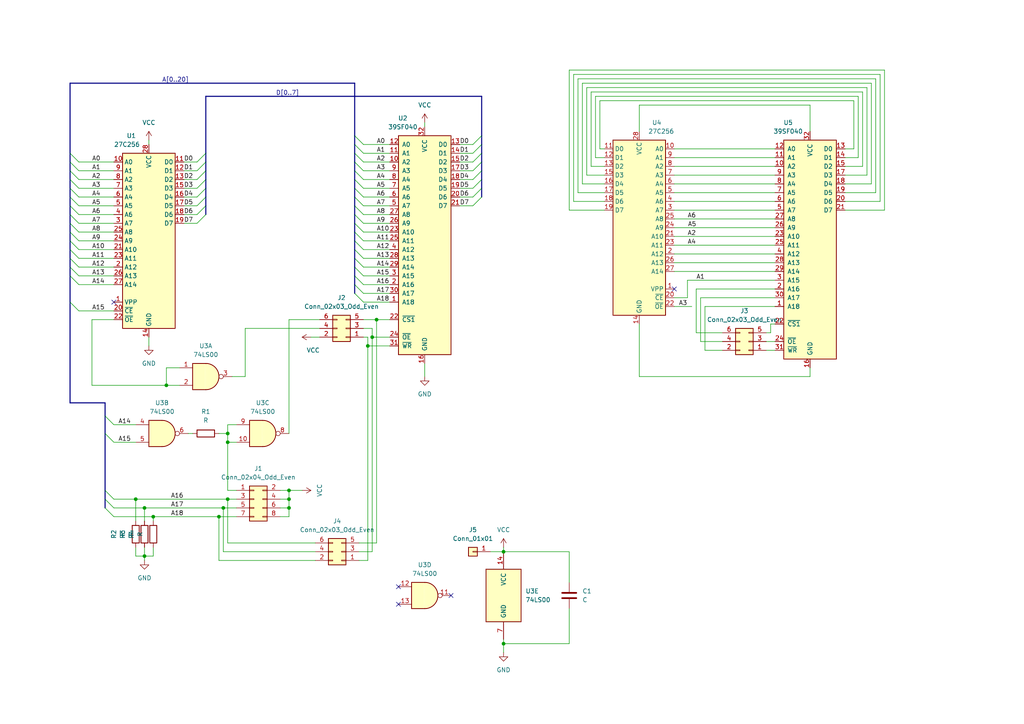
<source format=kicad_sch>
(kicad_sch (version 20230121) (generator eeschema)
  (paper "A4")
  (title_block (title "Internal ROM upgrade for Sinclair QL") (date "2021-09-21") (company "Alvaro Alea Fernandez"))
  (lib_symbols
    (symbol "74xx:74LS00" (pin_names (offset 1.016))
      (property "Reference" "U" (at 0 1.27 0))
      (property "Value" "74LS00" (at 0 -1.27 0))
      (symbol "74LS00_1_1"
        (arc (start 0 -3.81) (mid 3.7934 0) (end 0 3.81) (stroke (width 0.254)) (fill (type background)))
        (polyline (pts (xy 0 3.81) (xy -3.81 3.81) (xy -3.81 -3.81) (xy 0 -3.81)) (stroke (width 0.254)) (fill (type background)))
        (pin input line (at -7.62 2.54 0) (length 3.81) (name "~") (number "1"))
        (pin input line (at -7.62 -2.54 0) (length 3.81) (name "~") (number "2"))
        (pin output inverted (at 7.62 0 180) (length 3.81) (name "~") (number "3"))
      )
      (symbol "74LS00_1_2"
        (arc (start -3.81 -3.81) (mid -2.589 0) (end -3.81 3.81) (stroke (width 0.254)))
        (arc (start -0.6096 -3.81) (mid 2.1842 -2.5851) (end 3.81 0) (stroke (width 0.254)) (fill (type background)))
        (polyline (pts (xy -3.81 -3.81) (xy -0.635 -3.81)) (stroke (width 0.254)) (fill (type background)))
        (polyline (pts (xy -3.81 3.81) (xy -0.635 3.81)) (stroke (width 0.254)) (fill (type background)))
        (polyline (pts (xy -0.635 3.81) (xy -3.81 3.81) (xy -3.81 3.81) (xy -3.556 3.4036) (xy -3.0226 2.2606) (xy -2.6924 1.0414) (xy -2.6162 -0.254) (xy -2.7686 -1.4986) (xy -3.175 -2.7178) (xy -3.81 -3.81) (xy -3.81 -3.81) (xy -0.635 -3.81)) (stroke (width -25.4)) (fill (type background)))
        (arc (start 3.81 0) (mid 2.1915 2.5936) (end -0.6096 3.81) (stroke (width 0.254)) (fill (type background)))
        (pin input inverted (at -7.62 2.54 0) (length 4.318) (name "~") (number "1"))
        (pin input inverted (at -7.62 -2.54 0) (length 4.318) (name "~") (number "2"))
        (pin output line (at 7.62 0 180) (length 3.81) (name "~") (number "3"))
      )
      (symbol "74LS00_2_1"
        (arc (start 0 -3.81) (mid 3.7934 0) (end 0 3.81) (stroke (width 0.254)) (fill (type background)))
        (polyline (pts (xy 0 3.81) (xy -3.81 3.81) (xy -3.81 -3.81) (xy 0 -3.81)) (stroke (width 0.254)) (fill (type background)))
        (pin input line (at -7.62 2.54 0) (length 3.81) (name "~") (number "4"))
        (pin input line (at -7.62 -2.54 0) (length 3.81) (name "~") (number "5"))
        (pin output inverted (at 7.62 0 180) (length 3.81) (name "~") (number "6"))
      )
      (symbol "74LS00_2_2"
        (arc (start -3.81 -3.81) (mid -2.589 0) (end -3.81 3.81) (stroke (width 0.254)))
        (arc (start -0.6096 -3.81) (mid 2.1842 -2.5851) (end 3.81 0) (stroke (width 0.254)) (fill (type background)))
        (polyline (pts (xy -3.81 -3.81) (xy -0.635 -3.81)) (stroke (width 0.254)) (fill (type background)))
        (polyline (pts (xy -3.81 3.81) (xy -0.635 3.81)) (stroke (width 0.254)) (fill (type background)))
        (polyline (pts (xy -0.635 3.81) (xy -3.81 3.81) (xy -3.81 3.81) (xy -3.556 3.4036) (xy -3.0226 2.2606) (xy -2.6924 1.0414) (xy -2.6162 -0.254) (xy -2.7686 -1.4986) (xy -3.175 -2.7178) (xy -3.81 -3.81) (xy -3.81 -3.81) (xy -0.635 -3.81)) (stroke (width -25.4)) (fill (type background)))
        (arc (start 3.81 0) (mid 2.1915 2.5936) (end -0.6096 3.81) (stroke (width 0.254)) (fill (type background)))
        (pin input inverted (at -7.62 2.54 0) (length 4.318) (name "~") (number "4"))
        (pin input inverted (at -7.62 -2.54 0) (length 4.318) (name "~") (number "5"))
        (pin output line (at 7.62 0 180) (length 3.81) (name "~") (number "6"))
      )
      (symbol "74LS00_3_1"
        (arc (start 0 -3.81) (mid 3.7934 0) (end 0 3.81) (stroke (width 0.254)) (fill (type background)))
        (polyline (pts (xy 0 3.81) (xy -3.81 3.81) (xy -3.81 -3.81) (xy 0 -3.81)) (stroke (width 0.254)) (fill (type background)))
        (pin input line (at -7.62 -2.54 0) (length 3.81) (name "~") (number "10"))
        (pin output inverted (at 7.62 0 180) (length 3.81) (name "~") (number "8"))
        (pin input line (at -7.62 2.54 0) (length 3.81) (name "~") (number "9"))
      )
      (symbol "74LS00_3_2"
        (arc (start -3.81 -3.81) (mid -2.589 0) (end -3.81 3.81) (stroke (width 0.254)))
        (arc (start -0.6096 -3.81) (mid 2.1842 -2.5851) (end 3.81 0) (stroke (width 0.254)) (fill (type background)))
        (polyline (pts (xy -3.81 -3.81) (xy -0.635 -3.81)) (stroke (width 0.254)) (fill (type background)))
        (polyline (pts (xy -3.81 3.81) (xy -0.635 3.81)) (stroke (width 0.254)) (fill (type background)))
        (polyline (pts (xy -0.635 3.81) (xy -3.81 3.81) (xy -3.81 3.81) (xy -3.556 3.4036) (xy -3.0226 2.2606) (xy -2.6924 1.0414) (xy -2.6162 -0.254) (xy -2.7686 -1.4986) (xy -3.175 -2.7178) (xy -3.81 -3.81) (xy -3.81 -3.81) (xy -0.635 -3.81)) (stroke (width -25.4)) (fill (type background)))
        (arc (start 3.81 0) (mid 2.1915 2.5936) (end -0.6096 3.81) (stroke (width 0.254)) (fill (type background)))
        (pin input inverted (at -7.62 -2.54 0) (length 4.318) (name "~") (number "10"))
        (pin output line (at 7.62 0 180) (length 3.81) (name "~") (number "8"))
        (pin input inverted (at -7.62 2.54 0) (length 4.318) (name "~") (number "9"))
      )
      (symbol "74LS00_4_1"
        (arc (start 0 -3.81) (mid 3.7934 0) (end 0 3.81) (stroke (width 0.254)) (fill (type background)))
        (polyline (pts (xy 0 3.81) (xy -3.81 3.81) (xy -3.81 -3.81) (xy 0 -3.81)) (stroke (width 0.254)) (fill (type background)))
        (pin output inverted (at 7.62 0 180) (length 3.81) (name "~") (number "11"))
        (pin input line (at -7.62 2.54 0) (length 3.81) (name "~") (number "12"))
        (pin input line (at -7.62 -2.54 0) (length 3.81) (name "~") (number "13"))
      )
      (symbol "74LS00_4_2"
        (arc (start -3.81 -3.81) (mid -2.589 0) (end -3.81 3.81) (stroke (width 0.254)))
        (arc (start -0.6096 -3.81) (mid 2.1842 -2.5851) (end 3.81 0) (stroke (width 0.254)) (fill (type background)))
        (polyline (pts (xy -3.81 -3.81) (xy -0.635 -3.81)) (stroke (width 0.254)) (fill (type background)))
        (polyline (pts (xy -3.81 3.81) (xy -0.635 3.81)) (stroke (width 0.254)) (fill (type background)))
        (polyline (pts (xy -0.635 3.81) (xy -3.81 3.81) (xy -3.81 3.81) (xy -3.556 3.4036) (xy -3.0226 2.2606) (xy -2.6924 1.0414) (xy -2.6162 -0.254) (xy -2.7686 -1.4986) (xy -3.175 -2.7178) (xy -3.81 -3.81) (xy -3.81 -3.81) (xy -0.635 -3.81)) (stroke (width -25.4)) (fill (type background)))
        (arc (start 3.81 0) (mid 2.1915 2.5936) (end -0.6096 3.81) (stroke (width 0.254)) (fill (type background)))
        (pin output line (at 7.62 0 180) (length 3.81) (name "~") (number "11"))
        (pin input inverted (at -7.62 2.54 0) (length 4.318) (name "~") (number "12"))
        (pin input inverted (at -7.62 -2.54 0) (length 4.318) (name "~") (number "13"))
      )
      (symbol "74LS00_5_0"
        (pin power_in line (at 0 12.7 270) (length 5.08) (name "VCC") (number "14"))
        (pin power_in line (at 0 -12.7 90) (length 5.08) (name "GND") (number "7"))
      )
      (symbol "74LS00_5_1"
        (rectangle (start -5.08 7.62) (end 5.08 -7.62) (stroke (width 0.254)) (fill (type background)))
      )
    )
    (symbol "8bits:39SF040" (pin_names (offset 1.016))
      (property "Reference" "U" (at 6.35 33.02 0))
      (property "Value" "39SF040" (at 5.08 -33.02 0))
      (symbol "39SF040_1_1"
        (rectangle (start -7.62 31.75) (end 7.62 -31.75) (stroke (width 0.254)) (fill (type background)))
        (pin input line (at -10.16 -16.51 0) (length 2.54) (name "A18") (number "1"))
        (pin input line (at -10.16 24.13 0) (length 2.54) (name "A2") (number "10"))
        (pin input line (at -10.16 26.67 0) (length 2.54) (name "A1") (number "11"))
        (pin input line (at -10.16 29.21 0) (length 2.54) (name "A0") (number "12"))
        (pin tri_state line (at 10.16 29.21 180) (length 2.54) (name "D0") (number "13"))
        (pin tri_state line (at 10.16 26.67 180) (length 2.54) (name "D1") (number "14"))
        (pin tri_state line (at 10.16 24.13 180) (length 2.54) (name "D2") (number "15"))
        (pin power_in line (at 0 -34.29 90) (length 2.54) (name "GND") (number "16"))
        (pin tri_state line (at 10.16 21.59 180) (length 2.54) (name "D3") (number "17"))
        (pin tri_state line (at 10.16 19.05 180) (length 2.54) (name "D4") (number "18"))
        (pin tri_state line (at 10.16 16.51 180) (length 2.54) (name "D5") (number "19"))
        (pin input line (at -10.16 -11.43 0) (length 2.54) (name "A16") (number "2"))
        (pin tri_state line (at 10.16 13.97 180) (length 2.54) (name "D6") (number "20"))
        (pin tri_state line (at 10.16 11.43 180) (length 2.54) (name "D7") (number "21"))
        (pin input line (at -10.16 -21.59 0) (length 2.54) (name "~{CS1}") (number "22"))
        (pin input line (at -10.16 3.81 0) (length 2.54) (name "A10") (number "23"))
        (pin input line (at -10.16 -26.67 0) (length 2.54) (name "~{OE}") (number "24"))
        (pin input line (at -10.16 1.27 0) (length 2.54) (name "A11") (number "25"))
        (pin input line (at -10.16 6.35 0) (length 2.54) (name "A9") (number "26"))
        (pin input line (at -10.16 8.89 0) (length 2.54) (name "A8") (number "27"))
        (pin input line (at -10.16 -3.81 0) (length 2.54) (name "A13") (number "28"))
        (pin input line (at -10.16 -6.35 0) (length 2.54) (name "A14") (number "29"))
        (pin input line (at -10.16 -8.89 0) (length 2.54) (name "A15") (number "3"))
        (pin input line (at -10.16 -13.97 0) (length 2.54) (name "A17") (number "30"))
        (pin input line (at -10.16 -29.21 0) (length 2.54) (name "~{WR}") (number "31"))
        (pin power_in line (at 0 34.29 270) (length 2.54) (name "VCC") (number "32"))
        (pin input line (at -10.16 -1.27 0) (length 2.54) (name "A12") (number "4"))
        (pin input line (at -10.16 11.43 0) (length 2.54) (name "A7") (number "5"))
        (pin input line (at -10.16 13.97 0) (length 2.54) (name "A6") (number "6"))
        (pin input line (at -10.16 16.51 0) (length 2.54) (name "A5") (number "7"))
        (pin input line (at -10.16 19.05 0) (length 2.54) (name "A4") (number "8"))
        (pin input line (at -10.16 21.59 0) (length 2.54) (name "A3") (number "9"))
      )
    )
    (symbol "Connector_Generic:Conn_01x01" (pin_names (offset 1.016) hide)
      (property "Reference" "J" (at 0 2.54 0))
      (property "Value" "Conn_01x01" (at 0 -2.54 0))
      (symbol "Conn_01x01_1_1"
        (rectangle (start -1.27 0.127) (end 0 -0.127) (stroke (width 0.1524)))
        (rectangle (start -1.27 1.27) (end 1.27 -1.27) (stroke (width 0.254)) (fill (type background)))
        (pin passive line (at -5.08 0 0) (length 3.81) (name "Pin_1") (number "1"))
      )
    )
    (symbol "Connector_Generic:Conn_02x03_Odd_Even" (pin_names (offset 1.016) hide)
      (property "Reference" "J" (at 1.27 5.08 0))
      (property "Value" "Conn_02x03_Odd_Even" (at 1.27 -5.08 0))
      (symbol "Conn_02x03_Odd_Even_1_1"
        (rectangle (start -1.27 -2.413) (end 0 -2.667) (stroke (width 0.1524)))
        (rectangle (start -1.27 0.127) (end 0 -0.127) (stroke (width 0.1524)))
        (rectangle (start -1.27 2.667) (end 0 2.413) (stroke (width 0.1524)))
        (rectangle (start -1.27 3.81) (end 3.81 -3.81) (stroke (width 0.254)) (fill (type background)))
        (rectangle (start 3.81 -2.413) (end 2.54 -2.667) (stroke (width 0.1524)))
        (rectangle (start 3.81 0.127) (end 2.54 -0.127) (stroke (width 0.1524)))
        (rectangle (start 3.81 2.667) (end 2.54 2.413) (stroke (width 0.1524)))
        (pin passive line (at -5.08 2.54 0) (length 3.81) (name "Pin_1") (number "1"))
        (pin passive line (at 7.62 2.54 180) (length 3.81) (name "Pin_2") (number "2"))
        (pin passive line (at -5.08 0 0) (length 3.81) (name "Pin_3") (number "3"))
        (pin passive line (at 7.62 0 180) (length 3.81) (name "Pin_4") (number "4"))
        (pin passive line (at -5.08 -2.54 0) (length 3.81) (name "Pin_5") (number "5"))
        (pin passive line (at 7.62 -2.54 180) (length 3.81) (name "Pin_6") (number "6"))
      )
    )
    (symbol "Connector_Generic:Conn_02x04_Odd_Even" (pin_names (offset 1.016) hide)
      (property "Reference" "J" (at 1.27 5.08 0))
      (property "Value" "Conn_02x04_Odd_Even" (at 1.27 -7.62 0))
      (symbol "Conn_02x04_Odd_Even_1_1"
        (rectangle (start -1.27 -4.953) (end 0 -5.207) (stroke (width 0.1524)))
        (rectangle (start -1.27 -2.413) (end 0 -2.667) (stroke (width 0.1524)))
        (rectangle (start -1.27 0.127) (end 0 -0.127) (stroke (width 0.1524)))
        (rectangle (start -1.27 2.667) (end 0 2.413) (stroke (width 0.1524)))
        (rectangle (start -1.27 3.81) (end 3.81 -6.35) (stroke (width 0.254)) (fill (type background)))
        (rectangle (start 3.81 -4.953) (end 2.54 -5.207) (stroke (width 0.1524)))
        (rectangle (start 3.81 -2.413) (end 2.54 -2.667) (stroke (width 0.1524)))
        (rectangle (start 3.81 0.127) (end 2.54 -0.127) (stroke (width 0.1524)))
        (rectangle (start 3.81 2.667) (end 2.54 2.413) (stroke (width 0.1524)))
        (pin passive line (at -5.08 2.54 0) (length 3.81) (name "Pin_1") (number "1"))
        (pin passive line (at 7.62 2.54 180) (length 3.81) (name "Pin_2") (number "2"))
        (pin passive line (at -5.08 0 0) (length 3.81) (name "Pin_3") (number "3"))
        (pin passive line (at 7.62 0 180) (length 3.81) (name "Pin_4") (number "4"))
        (pin passive line (at -5.08 -2.54 0) (length 3.81) (name "Pin_5") (number "5"))
        (pin passive line (at 7.62 -2.54 180) (length 3.81) (name "Pin_6") (number "6"))
        (pin passive line (at -5.08 -5.08 0) (length 3.81) (name "Pin_7") (number "7"))
        (pin passive line (at 7.62 -5.08 180) (length 3.81) (name "Pin_8") (number "8"))
      )
    )
    (symbol "Device:C" (pin_numbers hide) (pin_names (offset 0.254))
      (property "Reference" "C" (at 0.635 2.54 0))
      (property "Value" "C" (at 0.635 -2.54 0))
      (symbol "C_0_1"
        (polyline (pts (xy -2.032 -0.762) (xy 2.032 -0.762)) (stroke (width 0.508)))
        (polyline (pts (xy -2.032 0.762) (xy 2.032 0.762)) (stroke (width 0.508)))
      )
      (symbol "C_1_1"
        (pin passive line (at 0 3.81 270) (length 2.794) (name "~") (number "1"))
        (pin passive line (at 0 -3.81 90) (length 2.794) (name "~") (number "2"))
      )
    )
    (symbol "Device:R" (pin_numbers hide) (pin_names (offset 0))
      (property "Reference" "R" (at 2.032 0 90))
      (property "Value" "R" (at 0 0 90))
      (symbol "R_0_1"
        (rectangle (start -1.016 -2.54) (end 1.016 2.54) (stroke (width 0.254)))
      )
      (symbol "R_1_1"
        (pin passive line (at 0 3.81 270) (length 1.27) (name "~") (number "1"))
        (pin passive line (at 0 -3.81 90) (length 1.27) (name "~") (number "2"))
      )
    )
    (symbol "Memory_EPROM:27C256"
      (property "Reference" "U" (at -7.62 26.67 0))
      (property "Value" "27C256" (at 2.54 -26.67 0))
      (symbol "27C256_1_1"
        (rectangle (start -7.62 25.4) (end 7.62 -25.4) (stroke (width 0.254)) (fill (type background)))
        (pin input line (at -10.16 -17.78 0) (length 2.54) (name "VPP") (number "1"))
        (pin input line (at -10.16 22.86 0) (length 2.54) (name "A0") (number "10"))
        (pin tri_state line (at 10.16 22.86 180) (length 2.54) (name "D0") (number "11"))
        (pin tri_state line (at 10.16 20.32 180) (length 2.54) (name "D1") (number "12"))
        (pin tri_state line (at 10.16 17.78 180) (length 2.54) (name "D2") (number "13"))
        (pin power_in line (at 0 -27.94 90) (length 2.54) (name "GND") (number "14"))
        (pin tri_state line (at 10.16 15.24 180) (length 2.54) (name "D3") (number "15"))
        (pin tri_state line (at 10.16 12.7 180) (length 2.54) (name "D4") (number "16"))
        (pin tri_state line (at 10.16 10.16 180) (length 2.54) (name "D5") (number "17"))
        (pin tri_state line (at 10.16 7.62 180) (length 2.54) (name "D6") (number "18"))
        (pin tri_state line (at 10.16 5.08 180) (length 2.54) (name "D7") (number "19"))
        (pin input line (at -10.16 -7.62 0) (length 2.54) (name "A12") (number "2"))
        (pin input line (at -10.16 -20.32 0) (length 2.54) (name "~{CE}") (number "20"))
        (pin input line (at -10.16 -2.54 0) (length 2.54) (name "A10") (number "21"))
        (pin input line (at -10.16 -22.86 0) (length 2.54) (name "~{OE}") (number "22"))
        (pin input line (at -10.16 -5.08 0) (length 2.54) (name "A11") (number "23"))
        (pin input line (at -10.16 0 0) (length 2.54) (name "A9") (number "24"))
        (pin input line (at -10.16 2.54 0) (length 2.54) (name "A8") (number "25"))
        (pin input line (at -10.16 -10.16 0) (length 2.54) (name "A13") (number "26"))
        (pin input line (at -10.16 -12.7 0) (length 2.54) (name "A14") (number "27"))
        (pin power_in line (at 0 27.94 270) (length 2.54) (name "VCC") (number "28"))
        (pin input line (at -10.16 5.08 0) (length 2.54) (name "A7") (number "3"))
        (pin input line (at -10.16 7.62 0) (length 2.54) (name "A6") (number "4"))
        (pin input line (at -10.16 10.16 0) (length 2.54) (name "A5") (number "5"))
        (pin input line (at -10.16 12.7 0) (length 2.54) (name "A4") (number "6"))
        (pin input line (at -10.16 15.24 0) (length 2.54) (name "A3") (number "7"))
        (pin input line (at -10.16 17.78 0) (length 2.54) (name "A2") (number "8"))
        (pin input line (at -10.16 20.32 0) (length 2.54) (name "A1") (number "9"))
      )
    )
    (symbol "power:GND" (power) (pin_names (offset 0))
      (property "Value" "GND" (at 0 -3.81 0))
      (symbol "GND_0_1"
        (polyline (pts (xy 0 0) (xy 0 -1.27) (xy 1.27 -1.27) (xy 0 -2.54) (xy -1.27 -1.27) (xy 0 -1.27)))
      )
      (symbol "GND_1_1"
        (pin power_in line (at 0 0 270) (length 0) hide (name "GND") (number "1"))
      )
    )
    (symbol "power:VCC" (power) (pin_names (offset 0))
      (property "Value" "VCC" (at 0 3.81 0))
      (symbol "VCC_0_1"
        (polyline (pts (xy -0.762 1.27) (xy 0 2.54)))
        (polyline (pts (xy 0 0) (xy 0 2.54)))
        (polyline (pts (xy 0 2.54) (xy 0.762 1.27)))
      )
      (symbol "VCC_1_1"
        (pin power_in line (at 0 0 90) (length 0) hide (name "VCC") (number "1"))
      )
    )
  )
  (junction (at 41.91 147.32))
  (junction (at 48.26 111.76))
  (junction (at 146.05 186.69))
  (junction (at 66.04 125.73))
  (junction (at 83.82 144.78))
  (junction (at 44.45 149.86))
  (junction (at 146.05 160.02))
  (junction (at 64.77 147.32))
  (junction (at 83.82 147.32))
  (junction (at 66.04 128.27))
  (junction (at 107.95 97.79))
  (junction (at 66.04 144.78))
  (junction (at 83.82 142.24))
  (junction (at 106.68 100.33))
  (junction (at 109.22 92.71))
  (junction (at 41.91 161.29))
  (junction (at 63.5 149.86))
  (junction (at 39.37 144.78))
  (no_connect (at 195.58 83.82))
  (no_connect (at 33.02 87.63))
  (no_connect (at 115.57 170.18))
  (no_connect (at 115.57 175.26))
  (no_connect (at 130.81 172.72))
  (bus_entry (at 139.7 52.07) (size -2.54 2.54))
  (bus_entry (at 139.7 57.15) (size -2.54 2.54))
  (bus_entry (at 20.32 67.31) (size 2.54 2.54))
  (bus_entry (at 20.32 72.39) (size 2.54 2.54))
  (bus_entry (at 59.69 46.99) (size -2.54 2.54))
  (bus_entry (at 30.48 142.24) (size 2.54 2.54))
  (bus_entry (at 59.69 57.15) (size -2.54 2.54))
  (bus_entry (at 20.32 87.63) (size 2.54 2.54))
  (bus_entry (at 59.69 59.69) (size -2.54 2.54))
  (bus_entry (at 59.69 49.53) (size -2.54 2.54))
  (bus_entry (at 20.32 74.93) (size 2.54 2.54))
  (bus_entry (at 139.7 49.53) (size -2.54 2.54))
  (bus_entry (at 30.48 125.73) (size 2.54 2.54))
  (bus_entry (at 139.7 46.99) (size -2.54 2.54))
  (bus_entry (at 20.32 59.69) (size 2.54 2.54))
  (bus_entry (at 102.87 82.55) (size 2.54 2.54))
  (bus_entry (at 59.69 62.23) (size -2.54 2.54))
  (bus_entry (at 102.87 46.99) (size 2.54 2.54))
  (bus_entry (at 102.87 72.39) (size 2.54 2.54))
  (bus_entry (at 102.87 49.53) (size 2.54 2.54))
  (bus_entry (at 102.87 62.23) (size 2.54 2.54))
  (bus_entry (at 20.32 46.99) (size 2.54 2.54))
  (bus_entry (at 20.32 44.45) (size 2.54 2.54))
  (bus_entry (at 20.32 69.85) (size 2.54 2.54))
  (bus_entry (at 139.7 41.91) (size -2.54 2.54))
  (bus_entry (at 102.87 59.69) (size 2.54 2.54))
  (bus_entry (at 139.7 44.45) (size -2.54 2.54))
  (bus_entry (at 20.32 54.61) (size 2.54 2.54))
  (bus_entry (at 59.69 54.61) (size -2.54 2.54))
  (bus_entry (at 102.87 39.37) (size 2.54 2.54))
  (bus_entry (at 102.87 41.91) (size 2.54 2.54))
  (bus_entry (at 20.32 62.23) (size 2.54 2.54))
  (bus_entry (at 30.48 144.78) (size 2.54 2.54))
  (bus_entry (at 30.48 120.65) (size 2.54 2.54))
  (bus_entry (at 30.48 147.32) (size 2.54 2.54))
  (bus_entry (at 102.87 54.61) (size 2.54 2.54))
  (bus_entry (at 139.7 39.37) (size -2.54 2.54))
  (bus_entry (at 20.32 64.77) (size 2.54 2.54))
  (bus_entry (at 20.32 57.15) (size 2.54 2.54))
  (bus_entry (at 20.32 77.47) (size 2.54 2.54))
  (bus_entry (at 102.87 52.07) (size 2.54 2.54))
  (bus_entry (at 102.87 80.01) (size 2.54 2.54))
  (bus_entry (at 102.87 64.77) (size 2.54 2.54))
  (bus_entry (at 102.87 44.45) (size 2.54 2.54))
  (bus_entry (at 59.69 44.45) (size -2.54 2.54))
  (bus_entry (at 102.87 69.85) (size 2.54 2.54))
  (bus_entry (at 102.87 74.93) (size 2.54 2.54))
  (bus_entry (at 102.87 77.47) (size 2.54 2.54))
  (bus_entry (at 20.32 49.53) (size 2.54 2.54))
  (bus_entry (at 102.87 57.15) (size 2.54 2.54))
  (bus_entry (at 59.69 52.07) (size -2.54 2.54))
  (bus_entry (at 20.32 52.07) (size 2.54 2.54))
  (bus_entry (at 20.32 80.01) (size 2.54 2.54))
  (bus_entry (at 139.7 54.61) (size -2.54 2.54))
  (bus_entry (at 102.87 85.09) (size 2.54 2.54))
  (bus_entry (at 102.87 67.31) (size 2.54 2.54))
  (bus (pts (xy 139.7 46.99) (xy 139.7 49.53)))
  (wire (pts (xy 105.41 44.45) (xy 113.03 44.45)))
  (bus (pts (xy 20.32 57.15) (xy 20.32 59.69)))
  (bus (pts (xy 20.32 52.07) (xy 20.32 54.61)))
  (wire (pts (xy 105.41 49.53) (xy 113.03 49.53)))
  (wire (pts (xy 105.41 72.39) (xy 113.03 72.39)))
  (bus (pts (xy 20.32 67.31) (xy 20.32 69.85)))
  (wire (pts (xy 195.58 76.2) (xy 224.79 76.2)))
  (wire (pts (xy 43.18 40.64) (xy 43.18 41.91)))
  (bus (pts (xy 102.87 57.15) (xy 102.87 59.69)))
  (wire (pts (xy 204.47 88.9) (xy 204.47 101.6)))
  (wire (pts (xy 224.79 88.9) (xy 204.47 88.9)))
  (wire (pts (xy 185.42 30.48) (xy 234.95 30.48)))
  (wire (pts (xy 185.42 38.1) (xy 185.42 30.48)))
  (wire (pts (xy 234.95 30.48) (xy 234.95 38.1)))
  (bus (pts (xy 20.32 77.47) (xy 20.32 80.01)))
  (wire (pts (xy 83.82 147.32) (xy 83.82 149.86)))
  (wire (pts (xy 83.82 149.86) (xy 81.28 149.86)))
  (wire (pts (xy 105.41 64.77) (xy 113.03 64.77)))
  (wire (pts (xy 22.86 54.61) (xy 33.02 54.61)))
  (wire (pts (xy 146.05 158.75) (xy 146.05 160.02)))
  (wire (pts (xy 222.25 96.52) (xy 223.52 96.52)))
  (wire (pts (xy 223.52 93.98) (xy 224.79 93.98)))
  (wire (pts (xy 223.52 96.52) (xy 223.52 93.98)))
  (wire (pts (xy 53.34 57.15) (xy 57.15 57.15)))
  (wire (pts (xy 43.18 97.79) (xy 43.18 100.33)))
  (wire (pts (xy 195.58 66.04) (xy 224.79 66.04)))
  (bus (pts (xy 102.87 64.77) (xy 102.87 67.31)))
  (bus (pts (xy 30.48 144.78) (xy 30.48 147.32)))
  (wire (pts (xy 22.86 90.17) (xy 33.02 90.17)))
  (wire (pts (xy 22.86 82.55) (xy 33.02 82.55)))
  (wire (pts (xy 41.91 161.29) (xy 41.91 162.56)))
  (wire (pts (xy 22.86 67.31) (xy 33.02 67.31)))
  (wire (pts (xy 201.93 96.52) (xy 209.55 96.52)))
  (bus (pts (xy 102.87 59.69) (xy 102.87 62.23)))
  (wire (pts (xy 195.58 58.42) (xy 224.79 58.42)))
  (wire (pts (xy 22.86 69.85) (xy 33.02 69.85)))
  (wire (pts (xy 195.58 78.74) (xy 224.79 78.74)))
  (bus (pts (xy 102.87 62.23) (xy 102.87 64.77)))
  (wire (pts (xy 195.58 68.58) (xy 224.79 68.58)))
  (wire (pts (xy 146.05 186.69) (xy 165.1 186.69)))
  (wire (pts (xy 165.1 186.69) (xy 165.1 176.53)))
  (bus (pts (xy 59.69 57.15) (xy 59.69 59.69)))
  (wire (pts (xy 167.64 22.86) (xy 167.64 55.88)))
  (wire (pts (xy 167.64 55.88) (xy 175.26 55.88)))
  (wire (pts (xy 245.11 55.88) (xy 254 55.88)))
  (wire (pts (xy 254 22.86) (xy 167.64 22.86)))
  (wire (pts (xy 254 55.88) (xy 254 22.86)))
  (bus (pts (xy 102.87 67.31) (xy 102.87 69.85)))
  (wire (pts (xy 26.67 111.76) (xy 48.26 111.76)))
  (wire (pts (xy 48.26 106.68) (xy 48.26 111.76)))
  (wire (pts (xy 48.26 111.76) (xy 52.07 111.76)))
  (wire (pts (xy 52.07 106.68) (xy 48.26 106.68)))
  (wire (pts (xy 22.86 77.47) (xy 33.02 77.47)))
  (wire (pts (xy 105.41 85.09) (xy 113.03 85.09)))
  (bus (pts (xy 59.69 27.94) (xy 59.69 44.45)))
  (bus (pts (xy 59.69 27.94) (xy 139.7 27.94)))
  (bus (pts (xy 139.7 27.94) (xy 139.7 39.37)))
  (wire (pts (xy 53.34 54.61) (xy 57.15 54.61)))
  (wire (pts (xy 22.86 52.07) (xy 33.02 52.07)))
  (wire (pts (xy 105.41 77.47) (xy 113.03 77.47)))
  (wire (pts (xy 146.05 160.02) (xy 165.1 160.02)))
  (wire (pts (xy 165.1 160.02) (xy 165.1 168.91)))
  (wire (pts (xy 90.17 97.79) (xy 92.71 97.79)))
  (wire (pts (xy 105.41 67.31) (xy 113.03 67.31)))
  (wire (pts (xy 185.42 109.22) (xy 185.42 93.98)))
  (wire (pts (xy 234.95 106.68) (xy 234.95 109.22)))
  (wire (pts (xy 234.95 109.22) (xy 185.42 109.22)))
  (bus (pts (xy 20.32 72.39) (xy 20.32 74.93)))
  (wire (pts (xy 222.25 101.6) (xy 224.79 101.6)))
  (bus (pts (xy 59.69 44.45) (xy 59.69 46.99)))
  (wire (pts (xy 222.25 99.06) (xy 224.79 99.06)))
  (bus (pts (xy 30.48 116.84) (xy 30.48 120.65)))
  (wire (pts (xy 172.72 27.94) (xy 172.72 45.72)))
  (wire (pts (xy 172.72 45.72) (xy 175.26 45.72)))
  (wire (pts (xy 245.11 45.72) (xy 248.92 45.72)))
  (wire (pts (xy 248.92 27.94) (xy 172.72 27.94)))
  (wire (pts (xy 248.92 45.72) (xy 248.92 27.94)))
  (wire (pts (xy 105.41 54.61) (xy 113.03 54.61)))
  (wire (pts (xy 26.67 92.71) (xy 33.02 92.71)))
  (wire (pts (xy 26.67 111.76) (xy 26.67 92.71)))
  (bus (pts (xy 20.32 64.77) (xy 20.32 67.31)))
  (wire (pts (xy 105.41 74.93) (xy 113.03 74.93)))
  (wire (pts (xy 39.37 144.78) (xy 39.37 151.13)))
  (wire (pts (xy 63.5 162.56) (xy 63.5 149.86)))
  (wire (pts (xy 91.44 162.56) (xy 63.5 162.56)))
  (bus (pts (xy 102.87 80.01) (xy 102.87 82.55)))
  (wire (pts (xy 83.82 92.71) (xy 83.82 125.73)))
  (wire (pts (xy 105.41 95.25) (xy 107.95 95.25)))
  (wire (pts (xy 107.95 95.25) (xy 107.95 97.79)))
  (wire (pts (xy 107.95 97.79) (xy 113.03 97.79)))
  (wire (pts (xy 105.41 69.85) (xy 113.03 69.85)))
  (bus (pts (xy 102.87 46.99) (xy 102.87 49.53)))
  (wire (pts (xy 199.39 81.28) (xy 199.39 86.36)))
  (wire (pts (xy 199.39 86.36) (xy 195.58 86.36)))
  (wire (pts (xy 224.79 81.28) (xy 199.39 81.28)))
  (wire (pts (xy 133.35 49.53) (xy 137.16 49.53)))
  (wire (pts (xy 133.35 59.69) (xy 137.16 59.69)))
  (wire (pts (xy 170.18 25.4) (xy 170.18 50.8)))
  (wire (pts (xy 170.18 50.8) (xy 175.26 50.8)))
  (wire (pts (xy 245.11 50.8) (xy 251.46 50.8)))
  (wire (pts (xy 251.46 25.4) (xy 170.18 25.4)))
  (wire (pts (xy 251.46 50.8) (xy 251.46 25.4)))
  (wire (pts (xy 133.35 52.07) (xy 137.16 52.07)))
  (wire (pts (xy 71.12 95.25) (xy 71.12 109.22)))
  (wire (pts (xy 71.12 109.22) (xy 67.31 109.22)))
  (wire (pts (xy 142.24 160.02) (xy 146.05 160.02)))
  (wire (pts (xy 66.04 128.27) (xy 66.04 125.73)))
  (wire (pts (xy 66.04 142.24) (xy 66.04 128.27)))
  (wire (pts (xy 68.58 142.24) (xy 66.04 142.24)))
  (bus (pts (xy 20.32 74.93) (xy 20.32 77.47)))
  (bus (pts (xy 102.87 74.93) (xy 102.87 77.47)))
  (wire (pts (xy 201.93 83.82) (xy 201.93 96.52)))
  (wire (pts (xy 146.05 185.42) (xy 146.05 186.69)))
  (wire (pts (xy 146.05 186.69) (xy 146.05 189.23)))
  (wire (pts (xy 195.58 73.66) (xy 224.79 73.66)))
  (wire (pts (xy 53.34 46.99) (xy 57.15 46.99)))
  (bus (pts (xy 20.32 59.69) (xy 20.32 62.23)))
  (wire (pts (xy 54.61 125.73) (xy 55.88 125.73)))
  (wire (pts (xy 105.41 46.99) (xy 113.03 46.99)))
  (bus (pts (xy 20.32 44.45) (xy 20.32 46.99)))
  (wire (pts (xy 166.37 21.59) (xy 255.27 21.59)))
  (wire (pts (xy 166.37 58.42) (xy 166.37 21.59)))
  (wire (pts (xy 175.26 58.42) (xy 166.37 58.42)))
  (wire (pts (xy 255.27 21.59) (xy 255.27 58.42)))
  (wire (pts (xy 255.27 58.42) (xy 245.11 58.42)))
  (wire (pts (xy 105.41 87.63) (xy 113.03 87.63)))
  (bus (pts (xy 139.7 49.53) (xy 139.7 52.07)))
  (wire (pts (xy 105.41 62.23) (xy 113.03 62.23)))
  (wire (pts (xy 105.41 97.79) (xy 106.68 97.79)))
  (wire (pts (xy 106.68 97.79) (xy 106.68 100.33)))
  (wire (pts (xy 39.37 158.75) (xy 39.37 161.29)))
  (wire (pts (xy 39.37 161.29) (xy 41.91 161.29)))
  (wire (pts (xy 41.91 161.29) (xy 44.45 161.29)))
  (wire (pts (xy 44.45 161.29) (xy 44.45 158.75)))
  (wire (pts (xy 53.34 64.77) (xy 57.15 64.77)))
  (wire (pts (xy 105.41 41.91) (xy 113.03 41.91)))
  (wire (pts (xy 22.86 74.93) (xy 33.02 74.93)))
  (wire (pts (xy 53.34 52.07) (xy 57.15 52.07)))
  (wire (pts (xy 83.82 142.24) (xy 83.82 144.78)))
  (wire (pts (xy 83.82 144.78) (xy 81.28 144.78)))
  (wire (pts (xy 66.04 123.19) (xy 66.04 125.73)))
  (wire (pts (xy 66.04 128.27) (xy 68.58 128.27)))
  (wire (pts (xy 68.58 123.19) (xy 66.04 123.19)))
  (wire (pts (xy 107.95 97.79) (xy 107.95 160.02)))
  (wire (pts (xy 107.95 160.02) (xy 104.14 160.02)))
  (wire (pts (xy 105.41 57.15) (xy 113.03 57.15)))
  (wire (pts (xy 44.45 149.86) (xy 44.45 151.13)))
  (wire (pts (xy 41.91 158.75) (xy 41.91 161.29)))
  (wire (pts (xy 22.86 49.53) (xy 33.02 49.53)))
  (wire (pts (xy 106.68 100.33) (xy 113.03 100.33)))
  (wire (pts (xy 123.19 35.56) (xy 123.19 36.83)))
  (bus (pts (xy 20.32 46.99) (xy 20.32 49.53)))
  (bus (pts (xy 102.87 52.07) (xy 102.87 54.61)))
  (bus (pts (xy 102.87 69.85) (xy 102.87 72.39)))
  (wire (pts (xy 195.58 53.34) (xy 224.79 53.34)))
  (wire (pts (xy 173.99 29.21) (xy 247.65 29.21)))
  (wire (pts (xy 173.99 43.18) (xy 173.99 29.21)))
  (wire (pts (xy 175.26 43.18) (xy 173.99 43.18)))
  (wire (pts (xy 247.65 29.21) (xy 247.65 43.18)))
  (wire (pts (xy 247.65 43.18) (xy 245.11 43.18)))
  (bus (pts (xy 102.87 49.53) (xy 102.87 52.07)))
  (wire (pts (xy 133.35 54.61) (xy 137.16 54.61)))
  (wire (pts (xy 33.02 144.78) (xy 39.37 144.78)))
  (wire (pts (xy 39.37 144.78) (xy 66.04 144.78)))
  (wire (pts (xy 66.04 144.78) (xy 68.58 144.78)))
  (bus (pts (xy 59.69 52.07) (xy 59.69 54.61)))
  (bus (pts (xy 20.32 69.85) (xy 20.32 72.39)))
  (wire (pts (xy 33.02 147.32) (xy 41.91 147.32)))
  (wire (pts (xy 41.91 147.32) (xy 64.77 147.32)))
  (wire (pts (xy 64.77 147.32) (xy 68.58 147.32)))
  (wire (pts (xy 83.82 144.78) (xy 83.82 147.32)))
  (wire (pts (xy 83.82 147.32) (xy 81.28 147.32)))
  (wire (pts (xy 41.91 147.32) (xy 41.91 151.13)))
  (wire (pts (xy 53.34 49.53) (xy 57.15 49.53)))
  (wire (pts (xy 195.58 48.26) (xy 224.79 48.26)))
  (wire (pts (xy 195.58 63.5) (xy 224.79 63.5)))
  (wire (pts (xy 33.02 123.19) (xy 39.37 123.19)))
  (bus (pts (xy 20.32 24.13) (xy 20.32 44.45)))
  (bus (pts (xy 102.87 24.13) (xy 20.32 24.13)))
  (bus (pts (xy 102.87 24.13) (xy 102.87 39.37)))
  (wire (pts (xy 106.68 100.33) (xy 106.68 162.56)))
  (wire (pts (xy 106.68 162.56) (xy 104.14 162.56)))
  (wire (pts (xy 195.58 43.18) (xy 224.79 43.18)))
  (wire (pts (xy 109.22 92.71) (xy 109.22 157.48)))
  (wire (pts (xy 109.22 157.48) (xy 104.14 157.48)))
  (wire (pts (xy 203.2 99.06) (xy 209.55 99.06)))
  (wire (pts (xy 33.02 128.27) (xy 39.37 128.27)))
  (wire (pts (xy 22.86 64.77) (xy 33.02 64.77)))
  (bus (pts (xy 30.48 120.65) (xy 30.48 125.73)))
  (wire (pts (xy 83.82 92.71) (xy 92.71 92.71)))
  (bus (pts (xy 102.87 82.55) (xy 102.87 85.09)))
  (bus (pts (xy 20.32 62.23) (xy 20.32 64.77)))
  (bus (pts (xy 139.7 44.45) (xy 139.7 46.99)))
  (wire (pts (xy 22.86 57.15) (xy 33.02 57.15)))
  (bus (pts (xy 30.48 125.73) (xy 30.48 142.24)))
  (wire (pts (xy 63.5 125.73) (xy 66.04 125.73)))
  (bus (pts (xy 139.7 41.91) (xy 139.7 44.45)))
  (wire (pts (xy 22.86 59.69) (xy 33.02 59.69)))
  (wire (pts (xy 105.41 59.69) (xy 113.03 59.69)))
  (wire (pts (xy 195.58 60.96) (xy 224.79 60.96)))
  (bus (pts (xy 20.32 49.53) (xy 20.32 52.07)))
  (bus (pts (xy 102.87 72.39) (xy 102.87 74.93)))
  (bus (pts (xy 20.32 54.61) (xy 20.32 57.15)))
  (bus (pts (xy 30.48 116.84) (xy 20.32 116.84)))
  (bus (pts (xy 102.87 77.47) (xy 102.87 80.01)))
  (wire (pts (xy 22.86 72.39) (xy 33.02 72.39)))
  (wire (pts (xy 105.41 52.07) (xy 113.03 52.07)))
  (wire (pts (xy 53.34 62.23) (xy 57.15 62.23)))
  (bus (pts (xy 139.7 52.07) (xy 139.7 54.61)))
  (wire (pts (xy 165.1 20.32) (xy 165.1 60.96)))
  (wire (pts (xy 165.1 60.96) (xy 175.26 60.96)))
  (wire (pts (xy 245.11 60.96) (xy 256.54 60.96)))
  (wire (pts (xy 256.54 20.32) (xy 165.1 20.32)))
  (wire (pts (xy 256.54 60.96) (xy 256.54 20.32)))
  (wire (pts (xy 224.79 83.82) (xy 201.93 83.82)))
  (wire (pts (xy 53.34 59.69) (xy 57.15 59.69)))
  (bus (pts (xy 102.87 39.37) (xy 102.87 41.91)))
  (bus (pts (xy 59.69 46.99) (xy 59.69 49.53)))
  (wire (pts (xy 22.86 80.01) (xy 33.02 80.01)))
  (wire (pts (xy 195.58 50.8) (xy 224.79 50.8)))
  (wire (pts (xy 22.86 62.23) (xy 33.02 62.23)))
  (wire (pts (xy 105.41 92.71) (xy 109.22 92.71)))
  (wire (pts (xy 109.22 92.71) (xy 113.03 92.71)))
  (bus (pts (xy 30.48 142.24) (xy 30.48 144.78)))
  (wire (pts (xy 81.28 142.24) (xy 83.82 142.24)))
  (wire (pts (xy 83.82 142.24) (xy 87.63 142.24)))
  (wire (pts (xy 92.71 95.25) (xy 71.12 95.25)))
  (wire (pts (xy 133.35 44.45) (xy 137.16 44.45)))
  (wire (pts (xy 195.58 88.9) (xy 200.66 88.9)))
  (bus (pts (xy 20.32 80.01) (xy 20.32 87.63)))
  (wire (pts (xy 195.58 55.88) (xy 224.79 55.88)))
  (wire (pts (xy 133.35 57.15) (xy 137.16 57.15)))
  (wire (pts (xy 195.58 45.72) (xy 224.79 45.72)))
  (wire (pts (xy 22.86 46.99) (xy 33.02 46.99)))
  (bus (pts (xy 102.87 41.91) (xy 102.87 44.45)))
  (wire (pts (xy 195.58 71.12) (xy 224.79 71.12)))
  (bus (pts (xy 102.87 54.61) (xy 102.87 57.15)))
  (bus (pts (xy 139.7 39.37) (xy 139.7 41.91)))
  (wire (pts (xy 66.04 157.48) (xy 66.04 144.78)))
  (wire (pts (xy 91.44 157.48) (xy 66.04 157.48)))
  (wire (pts (xy 171.45 26.67) (xy 250.19 26.67)))
  (wire (pts (xy 171.45 48.26) (xy 171.45 26.67)))
  (wire (pts (xy 175.26 48.26) (xy 171.45 48.26)))
  (wire (pts (xy 250.19 26.67) (xy 250.19 48.26)))
  (wire (pts (xy 250.19 48.26) (xy 245.11 48.26)))
  (bus (pts (xy 59.69 54.61) (xy 59.69 57.15)))
  (wire (pts (xy 204.47 101.6) (xy 209.55 101.6)))
  (wire (pts (xy 203.2 86.36) (xy 203.2 99.06)))
  (wire (pts (xy 224.79 86.36) (xy 203.2 86.36)))
  (wire (pts (xy 133.35 41.91) (xy 137.16 41.91)))
  (bus (pts (xy 59.69 59.69) (xy 59.69 62.23)))
  (wire (pts (xy 133.35 46.99) (xy 137.16 46.99)))
  (wire (pts (xy 123.19 105.41) (xy 123.19 109.22)))
  (wire (pts (xy 33.02 149.86) (xy 44.45 149.86)))
  (wire (pts (xy 44.45 149.86) (xy 63.5 149.86)))
  (wire (pts (xy 63.5 149.86) (xy 68.58 149.86)))
  (wire (pts (xy 105.41 82.55) (xy 113.03 82.55)))
  (bus (pts (xy 102.87 44.45) (xy 102.87 46.99)))
  (wire (pts (xy 64.77 160.02) (xy 64.77 147.32)))
  (wire (pts (xy 91.44 160.02) (xy 64.77 160.02)))
  (bus (pts (xy 20.32 87.63) (xy 20.32 116.84)))
  (bus (pts (xy 139.7 54.61) (xy 139.7 57.15)))
  (bus (pts (xy 59.69 49.53) (xy 59.69 52.07)))
  (wire (pts (xy 105.41 80.01) (xy 113.03 80.01)))
  (wire (pts (xy 168.91 24.13) (xy 252.73 24.13)))
  (wire (pts (xy 168.91 53.34) (xy 168.91 24.13)))
  (wire (pts (xy 175.26 53.34) (xy 168.91 53.34)))
  (wire (pts (xy 252.73 24.13) (xy 252.73 53.34)))
  (wire (pts (xy 252.73 53.34) (xy 245.11 53.34)))
  (label "D3" (at 53.34 54.61 0))
  (label "A0" (at 26.67 46.99 0))
  (label "D7" (at 133.35 59.69 0))
  (label "A5" (at 26.67 59.69 0))
  (label "A0" (at 109.22 41.91 0))
  (label "A2" (at 199.39 68.58 0))
  (label "A14" (at 26.67 82.55 0))
  (label "A12" (at 26.67 77.47 0))
  (label "A3" (at 196.85 88.9 0))
  (label "D5" (at 133.35 54.61 0))
  (label "D2" (at 53.34 52.07 0))
  (label "A[0..20]" (at 46.99 24.13 0))
  (label "A17" (at 49.53 147.32 0))
  (label "D0" (at 133.35 41.91 0))
  (label "A13" (at 26.67 80.01 0))
  (label "A14" (at 109.22 77.47 0))
  (label "A16" (at 49.53 144.78 0))
  (label "D[0..7]" (at 80.01 27.94 0))
  (label "A2" (at 109.22 46.99 0))
  (label "D3" (at 133.35 49.53 0))
  (label "A7" (at 109.22 59.69 0))
  (label "D4" (at 53.34 57.15 0))
  (label "A15" (at 26.67 90.17 0))
  (label "D0" (at 53.34 46.99 0))
  (label "D4" (at 133.35 52.07 0))
  (label "A16" (at 109.22 82.55 0))
  (label "A6" (at 109.22 57.15 0))
  (label "A15" (at 109.22 80.01 0))
  (label "A4" (at 26.67 57.15 0))
  (label "A1" (at 26.67 49.53 0))
  (label "A1" (at 109.22 44.45 0))
  (label "A6" (at 199.39 63.5 0))
  (label "A18" (at 49.53 149.86 0))
  (label "A14" (at 34.29 123.19 0))
  (label "A4" (at 199.39 71.12 0))
  (label "A17" (at 109.22 85.09 0))
  (label "A11" (at 109.22 69.85 0))
  (label "A3" (at 26.67 54.61 0))
  (label "D6" (at 133.35 57.15 0))
  (label "A13" (at 109.22 74.93 0))
  (label "D2" (at 133.35 46.99 0))
  (label "A9" (at 109.22 64.77 0))
  (label "A2" (at 26.67 52.07 0))
  (label "A18" (at 109.22 87.63 0))
  (label "A1" (at 201.93 81.28 0))
  (label "A6" (at 26.67 62.23 0))
  (label "A8" (at 109.22 62.23 0))
  (label "A10" (at 26.67 72.39 0))
  (label "D6" (at 53.34 62.23 0))
  (label "A3" (at 109.22 49.53 0))
  (label "A12" (at 109.22 72.39 0))
  (label "A5" (at 109.22 54.61 0))
  (label "D1" (at 133.35 44.45 0))
  (label "A4" (at 109.22 52.07 0))
  (label "A8" (at 26.67 67.31 0))
  (label "D5" (at 53.34 59.69 0))
  (label "A7" (at 26.67 64.77 0))
  (label "A5" (at 199.4916 66.04 0))
  (label "A10" (at 109.22 67.31 0))
  (label "A9" (at 26.67 69.85 0))
  (label "A15" (at 34.29 128.27 0))
  (label "D1" (at 53.34 49.53 0))
  (label "D7" (at 53.34 64.77 0))
  (label "A11" (at 26.67 74.93 0))
  (symbol (lib_id "power:VCC") (at 43.18 40.64 0) (unit 1)
    (property "Reference" "#PWR01" (effects hide))
    (property "Value" "VCC" (at 43.18 35.56 0))
  )
  (symbol (lib_id "74xx:74LS00") (at 76.2 125.73 0) (unit 3)
    (property "Reference" "U3" (at 76.2 116.84 0))
    (property "Value" "74LS00" (at 76.2 119.38 0))
    (property "Footprint" "Package_DIP:DIP-14_W7.62mm" (effects hide))
    (property "Datasheet" "http://www.ti.com/lit/gpn/sn74ls00" (effects hide))
  )
  (symbol (lib_id "8bits:39SF040") (at 234.95 72.39 0) (unit 1)
    (property "Reference" "U5" (at 228.6 35.56 0))
    (property "Value" "39SF040" (at 228.6 38.1 0))
    (property "Footprint" "Package_DIP:DIP-32_W15.24mm_Socket" (effects hide))
  )
  (symbol (lib_id "Device:R") (at 44.45 154.94 180) (unit 1)
    (property "Reference" "R4" (at 38.1 154.94 90))
    (property "Value" "R" (at 40.64 154.94 90))
    (property "Footprint" "Resistor_THT:R_Axial_DIN0207_L6.3mm_D2.5mm_P7.62mm_Horizontal" (effects hide))
  )
  (symbol (lib_id "power:VCC") (at 146.05 158.75 0) (unit 1)
    (property "Reference" "#PWR05" (effects hide))
    (property "Value" "VCC" (at 146.05 153.67 0))
  )
  (symbol (lib_id "74xx:74LS00") (at 46.99 125.73 0) (unit 2)
    (property "Reference" "U3" (at 46.99 116.84 0))
    (property "Value" "74LS00" (at 46.99 119.38 0))
    (property "Footprint" "Package_DIP:DIP-14_W7.62mm" (effects hide))
    (property "Datasheet" "http://www.ti.com/lit/gpn/sn74ls00" (effects hide))
  )
  (symbol (lib_id "Connector_Generic:Conn_02x04_Odd_Even") (at 73.66 144.78 0) (unit 1)
    (property "Reference" "J1" (at 74.93 135.89 0))
    (property "Value" "Conn_02x04_Odd_Even" (at 74.93 138.43 0))
    (property "Footprint" "Connector_PinHeader_2.54mm:PinHeader_2x04_P2.54mm_Horizontal" (effects hide))
  )
  (symbol (lib_id "power:VCC") (at 90.17 97.79 90) (unit 1)
    (property "Reference" "#PWR0101" (effects hide))
    (property "Value" "VCC" (at 88.9 101.5999 90) (effects (justify right)))
  )
  (symbol (lib_id "power:GND") (at 41.91 162.56 0) (unit 1)
    (property "Reference" "#PWR0103" (effects hide))
    (property "Value" "GND" (at 41.91 167.64 0))
  )
  (symbol (lib_id "power:GND") (at 146.05 189.23 0) (unit 1)
    (property "Reference" "#PWR06" (effects hide))
    (property "Value" "GND" (at 146.05 194.31 0))
  )
  (symbol (lib_id "power:GND") (at 123.19 109.22 0) (unit 1)
    (property "Reference" "#PWR04" (effects hide))
    (property "Value" "GND" (at 123.19 114.3 0))
  )
  (symbol (lib_id "power:GND") (at 43.18 100.33 0) (unit 1)
    (property "Reference" "#PWR02" (effects hide))
    (property "Value" "GND" (at 43.18 105.41 0))
  )
  (symbol (lib_id "Connector_Generic:Conn_02x03_Odd_Even") (at 217.17 99.06 180) (unit 1)
    (property "Reference" "J3" (at 215.9 90.17 0))
    (property "Value" "Conn_02x03_Odd_Even" (at 215.9 92.71 0))
    (property "Footprint" "Connector_PinHeader_2.54mm:PinHeader_2x03_P2.54mm_Vertical" (effects hide))
  )
  (symbol (lib_id "Memory_EPROM:27C256") (at 185.42 66.04 0) (mirror y) (unit 1)
    (property "Reference" "U4" (at 190.5 35.56 0))
    (property "Value" "27C256" (at 191.77 38.1 0))
    (property "Footprint" "Package_DIP:DIP-28_W15.24mm_Socket" (effects hide))
    (property "Datasheet" "http://ww1.microchip.com/downloads/en/DeviceDoc/doc0014.pdf" (effects hide))
  )
  (symbol (lib_id "Device:R") (at 59.69 125.73 90) (unit 1)
    (property "Reference" "R1" (at 59.69 119.38 90))
    (property "Value" "R" (at 59.69 121.92 90))
    (property "Footprint" "Resistor_THT:R_Axial_DIN0207_L6.3mm_D2.5mm_P7.62mm_Horizontal" (effects hide))
  )
  (symbol (lib_id "Connector_Generic:Conn_01x01") (at 137.16 160.02 180) (unit 1)
    (property "Reference" "J5" (at 137.16 153.67 0))
    (property "Value" "Conn_01x01" (at 137.16 156.21 0))
    (property "Footprint" "Connector_PinHeader_2.54mm:PinHeader_1x01_P2.54mm_Vertical" (effects hide))
  )
  (symbol (lib_id "74xx:74LS00") (at 146.05 172.72 0) (unit 5)
    (property "Reference" "U3" (at 152.4 171.4499 0) (effects (justify left)))
    (property "Value" "74LS00" (at 152.4 173.9899 0) (effects (justify left)))
    (property "Footprint" "Package_DIP:DIP-14_W7.62mm" (effects hide))
    (property "Datasheet" "http://www.ti.com/lit/gpn/sn74ls00" (effects hide))
  )
  (symbol (lib_id "Device:R") (at 39.37 154.94 180) (unit 1)
    (property "Reference" "R2" (at 33.02 154.94 90))
    (property "Value" "R" (at 35.56 154.94 90))
    (property "Footprint" "Resistor_THT:R_Axial_DIN0207_L6.3mm_D2.5mm_P7.62mm_Horizontal" (effects hide))
  )
  (symbol (lib_id "Connector_Generic:Conn_02x03_Odd_Even") (at 99.06 160.02 180) (unit 1)
    (property "Reference" "J4" (at 97.79 151.13 0))
    (property "Value" "Conn_02x03_Odd_Even" (at 97.79 153.67 0))
    (property "Footprint" "Connector_PinSocket_2.54mm:PinSocket_2x03_P2.54mm_Vertical" (effects hide))
  )
  (symbol (lib_id "power:VCC") (at 87.63 142.24 270) (unit 1)
    (property "Reference" "#PWR0102" (effects hide))
    (property "Value" "VCC" (at 92.71 142.24 0))
  )
  (symbol (lib_id "Connector_Generic:Conn_02x03_Odd_Even") (at 100.33 95.25 180) (unit 1)
    (property "Reference" "J2" (at 99.06 86.36 0))
    (property "Value" "Conn_02x03_Odd_Even" (at 99.06 88.9 0))
    (property "Footprint" "Connector_PinHeader_2.54mm:PinHeader_1x06_P2.54mm_Horizontal" (effects hide))
  )
  (symbol (lib_id "power:VCC") (at 123.19 35.56 0) (unit 1)
    (property "Reference" "#PWR03" (effects hide))
    (property "Value" "VCC" (at 123.19 30.48 0))
  )
  (symbol (lib_id "Memory_EPROM:27C256") (at 43.18 69.85 0) (unit 1)
    (property "Reference" "U1" (at 38.1 39.37 0))
    (property "Value" "27C256" (at 36.83 41.91 0))
    (property "Footprint" "Package_DIP:DIP-28_W15.24mm_Socket" (effects hide))
    (property "Datasheet" "http://ww1.microchip.com/downloads/en/DeviceDoc/doc0014.pdf" (effects hide))
  )
  (symbol (lib_id "74xx:74LS00") (at 123.19 172.72 0) (unit 4)
    (property "Reference" "U3" (at 123.19 163.83 0))
    (property "Value" "74LS00" (at 123.19 166.37 0))
    (property "Footprint" "Package_DIP:DIP-14_W7.62mm" (effects hide))
    (property "Datasheet" "http://www.ti.com/lit/gpn/sn74ls00" (effects hide))
  )
  (symbol (lib_id "Device:R") (at 41.91 154.94 180) (unit 1)
    (property "Reference" "R3" (at 35.56 154.94 90))
    (property "Value" "R" (at 38.1 154.94 90))
    (property "Footprint" "Resistor_THT:R_Axial_DIN0207_L6.3mm_D2.5mm_P7.62mm_Horizontal" (effects hide))
  )
  (symbol (lib_id "8bits:39SF040") (at 123.19 71.12 0) (unit 1)
    (property "Reference" "U2" (at 116.84 34.29 0))
    (property "Value" "39SF040" (at 116.84 36.83 0))
    (property "Footprint" "Package_DIP:DIP-32_W15.24mm" (effects hide))
  )
  (symbol (lib_id "Device:C") (at 165.1 172.72 0) (unit 1)
    (property "Reference" "C1" (at 168.91 171.4499 0) (effects (justify left)))
    (property "Value" "C" (at 168.91 173.9899 0) (effects (justify left)))
    (property "Footprint" "Capacitor_THT:C_Disc_D5.0mm_W2.5mm_P5.00mm" (effects hide))
  )
  (symbol (lib_id "74xx:74LS00") (at 59.69 109.22 0) (unit 1)
    (property "Reference" "U3" (at 59.69 100.33 0))
    (property "Value" "74LS00" (at 59.69 102.87 0))
    (property "Footprint" "Package_DIP:DIP-14_W7.62mm" (effects hide))
    (property "Datasheet" "http://www.ti.com/lit/gpn/sn74ls00" (effects hide))
  )
)
</source>
